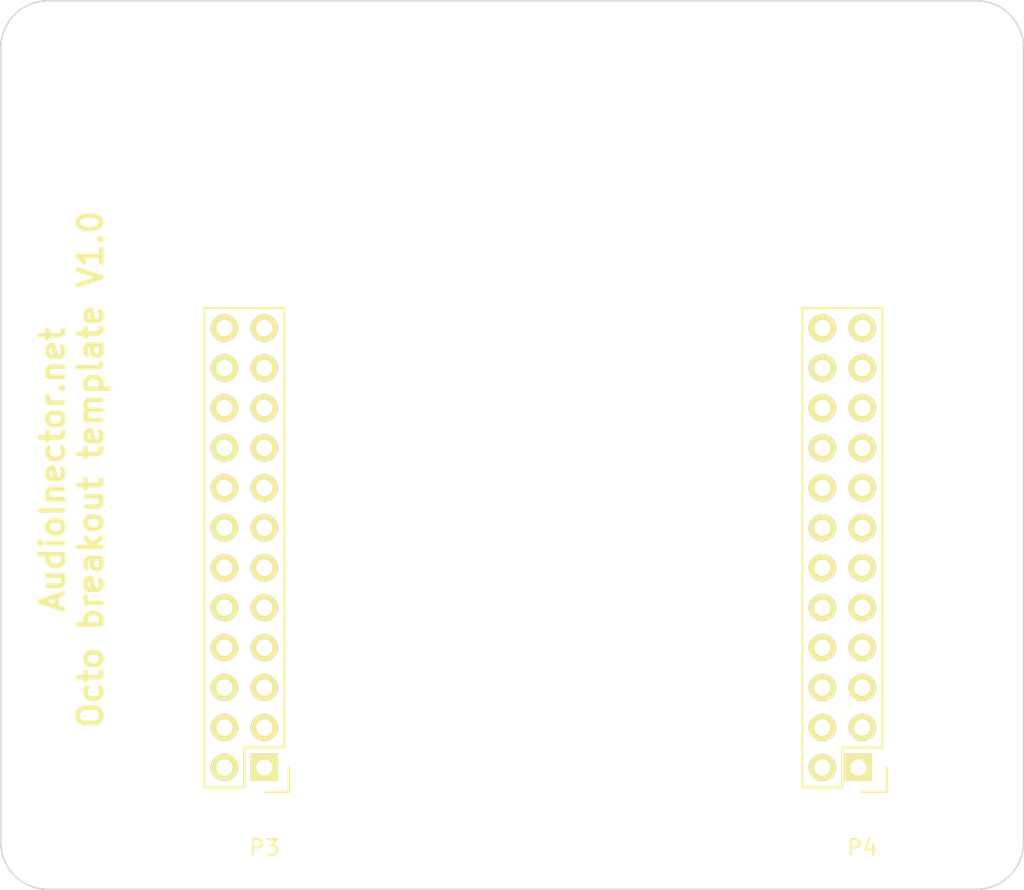
<source format=kicad_pcb>
(kicad_pcb (version 4) (host pcbnew 4.0.2+dfsg1-stable)

  (general
    (links 17)
    (no_connects 17)
    (area 72.199999 50.1245 137.300001 108.82418)
    (thickness 1.6)
    (drawings 11)
    (tracks 0)
    (zones 0)
    (modules 6)
    (nets 32)
  )

  (page A4)
  (layers
    (0 F.Cu signal)
    (31 B.Cu signal)
    (32 B.Adhes user)
    (33 F.Adhes user)
    (34 B.Paste user)
    (35 F.Paste user)
    (36 B.SilkS user)
    (37 F.SilkS user)
    (38 B.Mask user)
    (39 F.Mask user)
    (40 Dwgs.User user)
    (41 Cmts.User user)
    (42 Eco1.User user)
    (43 Eco2.User user)
    (44 Edge.Cuts user)
    (45 Margin user)
    (46 B.CrtYd user)
    (47 F.CrtYd user)
    (48 B.Fab user)
    (49 F.Fab user)
  )

  (setup
    (last_trace_width 0.25)
    (trace_clearance 0.2)
    (zone_clearance 0.508)
    (zone_45_only no)
    (trace_min 0.15)
    (segment_width 0.2)
    (edge_width 0.1)
    (via_size 0.6)
    (via_drill 0.4)
    (via_min_size 0.2)
    (via_min_drill 0.2)
    (uvia_size 0.3)
    (uvia_drill 0.1)
    (uvias_allowed yes)
    (uvia_min_size 0.2)
    (uvia_min_drill 0.1)
    (pcb_text_width 0.3)
    (pcb_text_size 1.5 1.5)
    (mod_edge_width 0.15)
    (mod_text_size 1 1)
    (mod_text_width 0.15)
    (pad_size 1.7272 1.7272)
    (pad_drill 1.016)
    (pad_to_mask_clearance 0)
    (aux_axis_origin 128.75 52.5)
    (grid_origin 88.25 88.25)
    (visible_elements 7FFFFFBF)
    (pcbplotparams
      (layerselection 0x010ff_80000001)
      (usegerberextensions false)
      (gerberprecision 5)
      (excludeedgelayer true)
      (linewidth 0.100000)
      (plotframeref false)
      (viasonmask false)
      (mode 1)
      (useauxorigin false)
      (hpglpennumber 1)
      (hpglpenspeed 20)
      (hpglpendiameter 15)
      (hpglpenoverlay 2)
      (psnegative false)
      (psa4output false)
      (plotreference true)
      (plotvalue false)
      (plotinvisibletext false)
      (padsonsilk false)
      (subtractmaskfromsilk false)
      (outputformat 1)
      (mirror false)
      (drillshape 0)
      (scaleselection 1)
      (outputdirectory flax.project17/))
  )

  (net 0 "")
  (net 1 V5)
  (net 2 /Codec/AGND)
  (net 3 /Codec/AOUT1-)
  (net 4 /Codec/AOUT1+)
  (net 5 /Codec/AOUT2+)
  (net 6 /Codec/AOUT2-)
  (net 7 /Codec/AOUT3-)
  (net 8 /Codec/AOUT3+)
  (net 9 /Codec/AOUT4+)
  (net 10 /Codec/AOUT4-)
  (net 11 /Codec/MUTEC)
  (net 12 /Codec/AOUT5-)
  (net 13 /Codec/AOUT6-)
  (net 14 /Codec/AOUT7-)
  (net 15 /Codec/AOUT8-)
  (net 16 /Codec/AOUT5+)
  (net 17 /Codec/AOUT6+)
  (net 18 /Codec/AOUT7+)
  (net 19 /Codec/AOUT8+)
  (net 20 /Codec/ADC_fb1-)
  (net 21 /Codec/ADC_fb2-)
  (net 22 /Codec/ADC_fb3-)
  (net 23 /Codec/ADC_fb1+)
  (net 24 /Codec/ADC_fb2+)
  (net 25 /Codec/ADC_fb3+)
  (net 26 /Codec/ADC_fb4-)
  (net 27 /Codec/ADC_fb5-)
  (net 28 /Codec/ADC_fb6-)
  (net 29 /Codec/ADC_fb4+)
  (net 30 /Codec/ADC_fb6+)
  (net 31 /Codec/ADC_fb5+)

  (net_class Default "This is the default net class."
    (clearance 0.2)
    (trace_width 0.25)
    (via_dia 0.6)
    (via_drill 0.4)
    (uvia_dia 0.3)
    (uvia_drill 0.1)
    (add_net /Codec/AGND)
    (add_net /Codec/MUTEC)
  )

  (net_class analogDiff ""
    (clearance 0.15)
    (trace_width 0.15)
    (via_dia 0.4)
    (via_drill 0.2)
    (uvia_dia 0.3)
    (uvia_drill 0.1)
    (add_net /Codec/ADC_fb1+)
    (add_net /Codec/ADC_fb1-)
    (add_net /Codec/ADC_fb2+)
    (add_net /Codec/ADC_fb2-)
    (add_net /Codec/ADC_fb3+)
    (add_net /Codec/ADC_fb3-)
    (add_net /Codec/ADC_fb4+)
    (add_net /Codec/ADC_fb4-)
    (add_net /Codec/ADC_fb5+)
    (add_net /Codec/ADC_fb5-)
    (add_net /Codec/ADC_fb6+)
    (add_net /Codec/ADC_fb6-)
    (add_net /Codec/AOUT1+)
    (add_net /Codec/AOUT1-)
    (add_net /Codec/AOUT2+)
    (add_net /Codec/AOUT2-)
    (add_net /Codec/AOUT3+)
    (add_net /Codec/AOUT3-)
    (add_net /Codec/AOUT4+)
    (add_net /Codec/AOUT4-)
    (add_net /Codec/AOUT5+)
    (add_net /Codec/AOUT5-)
    (add_net /Codec/AOUT6+)
    (add_net /Codec/AOUT6-)
    (add_net /Codec/AOUT7+)
    (add_net /Codec/AOUT7-)
    (add_net /Codec/AOUT8+)
    (add_net /Codec/AOUT8-)
  )

  (net_class default_fpga ""
    (clearance 0.2)
    (trace_width 0.25)
    (via_dia 0.6)
    (via_drill 0.4)
    (uvia_dia 0.3)
    (uvia_drill 0.1)
  )

  (net_class fpga ""
    (clearance 0.1524)
    (trace_width 0.25)
    (via_dia 0.6)
    (via_drill 0.4)
    (uvia_dia 0.2)
    (uvia_drill 0.1)
  )

  (net_class power ""
    (clearance 0.2)
    (trace_width 0.4)
    (via_dia 0.6)
    (via_drill 0.4)
    (uvia_dia 0.3)
    (uvia_drill 0.1)
    (add_net V5)
  )

  (net_class power_big ""
    (clearance 0.2)
    (trace_width 3)
    (via_dia 0.6)
    (via_drill 0.4)
    (uvia_dia 0.3)
    (uvia_drill 0.1)
  )

  (net_class power_small ""
    (clearance 0.2)
    (trace_width 0.25)
    (via_dia 0.6)
    (via_drill 0.4)
    (uvia_dia 0.3)
    (uvia_drill 0.1)
  )

  (module RPi_Hat:RPi_Hat_Mounting_Hole locked (layer F.Cu) (tedit 55217C7B) (tstamp 5515DEA9)
    (at 133.75 55.25)
    (descr "Mounting hole, Befestigungsbohrung, 2,7mm, No Annular, Kein Restring,")
    (tags "Mounting hole, Befestigungsbohrung, 2,7mm, No Annular, Kein Restring,")
    (fp_text reference "" (at 0 -4.0005) (layer F.SilkS) hide
      (effects (font (size 1 1) (thickness 0.15)))
    )
    (fp_text value "" (at 0.09906 3.59918) (layer F.Fab) hide
      (effects (font (size 1 1) (thickness 0.15)))
    )
    (fp_circle (center 0 0) (end 1.375 0) (layer F.Fab) (width 0.15))
    (fp_circle (center 0 0) (end 3.1 0) (layer F.Fab) (width 0.15))
    (fp_circle (center 0 0) (end 3.1 0) (layer B.Fab) (width 0.15))
    (fp_circle (center 0 0) (end 1.375 0) (layer B.Fab) (width 0.15))
    (fp_circle (center 0 0) (end 3.1 0) (layer F.CrtYd) (width 0.15))
    (fp_circle (center 0 0) (end 3.1 0) (layer B.CrtYd) (width 0.15))
    (pad "" np_thru_hole circle (at 0 0) (size 2.75 2.75) (drill 2.75) (layers *.Cu *.Mask)
      (solder_mask_margin 1.725) (clearance 1.725))
  )

  (module RPi_Hat:RPi_Hat_Mounting_Hole locked (layer F.Cu) (tedit 55217CCB) (tstamp 55169DC9)
    (at 133.75 104.25)
    (descr "Mounting hole, Befestigungsbohrung, 2,7mm, No Annular, Kein Restring,")
    (tags "Mounting hole, Befestigungsbohrung, 2,7mm, No Annular, Kein Restring,")
    (fp_text reference "" (at 0 -4.0005) (layer F.SilkS) hide
      (effects (font (size 1 1) (thickness 0.15)))
    )
    (fp_text value "" (at 0.09906 3.59918) (layer F.Fab) hide
      (effects (font (size 1 1) (thickness 0.15)))
    )
    (fp_circle (center 0 0) (end 1.375 0) (layer F.Fab) (width 0.15))
    (fp_circle (center 0 0) (end 3.1 0) (layer F.Fab) (width 0.15))
    (fp_circle (center 0 0) (end 3.1 0) (layer B.Fab) (width 0.15))
    (fp_circle (center 0 0) (end 1.375 0) (layer B.Fab) (width 0.15))
    (fp_circle (center 0 0) (end 3.1 0) (layer F.CrtYd) (width 0.15))
    (fp_circle (center 0 0) (end 3.1 0) (layer B.CrtYd) (width 0.15))
    (pad "" np_thru_hole circle (at 0 0) (size 2.75 2.75) (drill 2.75) (layers *.Cu *.Mask)
      (solder_mask_margin 1.725) (clearance 1.725))
  )

  (module RPi_Hat:RPi_Hat_Mounting_Hole locked (layer F.Cu) (tedit 55217CB9) (tstamp 5515DECC)
    (at 75.75 104.25)
    (descr "Mounting hole, Befestigungsbohrung, 2,7mm, No Annular, Kein Restring,")
    (tags "Mounting hole, Befestigungsbohrung, 2,7mm, No Annular, Kein Restring,")
    (fp_text reference "" (at 0 -4.0005) (layer F.SilkS) hide
      (effects (font (size 1 1) (thickness 0.15)))
    )
    (fp_text value "" (at 0.09906 3.59918) (layer F.Fab) hide
      (effects (font (size 1 1) (thickness 0.15)))
    )
    (fp_circle (center 0 0) (end 1.375 0) (layer F.Fab) (width 0.15))
    (fp_circle (center 0 0) (end 3.1 0) (layer F.Fab) (width 0.15))
    (fp_circle (center 0 0) (end 3.1 0) (layer B.Fab) (width 0.15))
    (fp_circle (center 0 0) (end 1.375 0) (layer B.Fab) (width 0.15))
    (fp_circle (center 0 0) (end 3.1 0) (layer F.CrtYd) (width 0.15))
    (fp_circle (center 0 0) (end 3.1 0) (layer B.CrtYd) (width 0.15))
    (pad "" np_thru_hole circle (at 0 0) (size 2.75 2.75) (drill 2.75) (layers *.Cu *.Mask)
      (solder_mask_margin 1.725) (clearance 1.725))
  )

  (module RPi_Hat:RPi_Hat_Mounting_Hole locked (layer F.Cu) (tedit 55217CA2) (tstamp 5515DEBF)
    (at 75.75 55.25)
    (descr "Mounting hole, Befestigungsbohrung, 2,7mm, No Annular, Kein Restring,")
    (tags "Mounting hole, Befestigungsbohrung, 2,7mm, No Annular, Kein Restring,")
    (fp_text reference "" (at 0 -4.0005) (layer F.SilkS) hide
      (effects (font (size 1 1) (thickness 0.15)))
    )
    (fp_text value "" (at 0.09906 3.59918) (layer F.Fab) hide
      (effects (font (size 1 1) (thickness 0.15)))
    )
    (fp_circle (center 0 0) (end 1.375 0) (layer F.Fab) (width 0.15))
    (fp_circle (center 0 0) (end 3.1 0) (layer F.Fab) (width 0.15))
    (fp_circle (center 0 0) (end 3.1 0) (layer B.Fab) (width 0.15))
    (fp_circle (center 0 0) (end 1.375 0) (layer B.Fab) (width 0.15))
    (fp_circle (center 0 0) (end 3.1 0) (layer F.CrtYd) (width 0.15))
    (fp_circle (center 0 0) (end 3.1 0) (layer B.CrtYd) (width 0.15))
    (pad "" np_thru_hole circle (at 0 0) (size 2.75 2.75) (drill 2.75) (layers *.Cu *.Mask)
      (solder_mask_margin 1.725) (clearance 1.725))
  )

  (module Pin_Headers:Pin_Header_Straight_2x12 locked (layer F.Cu) (tedit 0) (tstamp 58059230)
    (at 89 100 180)
    (descr "Through hole pin header")
    (tags "pin header")
    (path /57690F0A/58056106)
    (fp_text reference P3 (at 0 -5.1 180) (layer F.SilkS)
      (effects (font (size 1 1) (thickness 0.15)))
    )
    (fp_text value DAC_out (at 0 -3.1 180) (layer F.Fab)
      (effects (font (size 1 1) (thickness 0.15)))
    )
    (fp_line (start -1.75 -1.75) (end -1.75 29.7) (layer F.CrtYd) (width 0.05))
    (fp_line (start 4.3 -1.75) (end 4.3 29.7) (layer F.CrtYd) (width 0.05))
    (fp_line (start -1.75 -1.75) (end 4.3 -1.75) (layer F.CrtYd) (width 0.05))
    (fp_line (start -1.75 29.7) (end 4.3 29.7) (layer F.CrtYd) (width 0.05))
    (fp_line (start 3.81 29.21) (end 3.81 -1.27) (layer F.SilkS) (width 0.15))
    (fp_line (start -1.27 1.27) (end -1.27 29.21) (layer F.SilkS) (width 0.15))
    (fp_line (start 3.81 29.21) (end -1.27 29.21) (layer F.SilkS) (width 0.15))
    (fp_line (start 3.81 -1.27) (end 1.27 -1.27) (layer F.SilkS) (width 0.15))
    (fp_line (start 0 -1.55) (end -1.55 -1.55) (layer F.SilkS) (width 0.15))
    (fp_line (start 1.27 -1.27) (end 1.27 1.27) (layer F.SilkS) (width 0.15))
    (fp_line (start 1.27 1.27) (end -1.27 1.27) (layer F.SilkS) (width 0.15))
    (fp_line (start -1.55 -1.55) (end -1.55 0) (layer F.SilkS) (width 0.15))
    (pad 1 thru_hole rect (at 0 0 180) (size 1.7272 1.7272) (drill 1.016) (layers *.Cu *.Mask F.SilkS)
      (net 1 V5))
    (pad 2 thru_hole oval (at 2.54 0 180) (size 1.7272 1.7272) (drill 1.016) (layers *.Cu *.Mask F.SilkS)
      (net 1 V5))
    (pad 3 thru_hole oval (at 0 2.54 180) (size 1.7272 1.7272) (drill 1.016) (layers *.Cu *.Mask F.SilkS)
      (net 2 /Codec/AGND))
    (pad 4 thru_hole oval (at 2.54 2.54 180) (size 1.7272 1.7272) (drill 1.016) (layers *.Cu *.Mask F.SilkS)
      (net 11 /Codec/MUTEC))
    (pad 5 thru_hole oval (at 0 5.08 180) (size 1.7272 1.7272) (drill 1.016) (layers *.Cu *.Mask F.SilkS)
      (net 18 /Codec/AOUT7+))
    (pad 6 thru_hole oval (at 2.54 5.08 180) (size 1.7272 1.7272) (drill 1.016) (layers *.Cu *.Mask F.SilkS)
      (net 15 /Codec/AOUT8-))
    (pad 7 thru_hole oval (at 0 7.62 180) (size 1.7272 1.7272) (drill 1.016) (layers *.Cu *.Mask F.SilkS)
      (net 14 /Codec/AOUT7-))
    (pad 8 thru_hole oval (at 2.54 7.62 180) (size 1.7272 1.7272) (drill 1.016) (layers *.Cu *.Mask F.SilkS)
      (net 19 /Codec/AOUT8+))
    (pad 9 thru_hole oval (at 0 10.16 180) (size 1.7272 1.7272) (drill 1.016) (layers *.Cu *.Mask F.SilkS)
      (net 16 /Codec/AOUT5+))
    (pad 10 thru_hole oval (at 2.54 10.16 180) (size 1.7272 1.7272) (drill 1.016) (layers *.Cu *.Mask F.SilkS)
      (net 13 /Codec/AOUT6-))
    (pad 11 thru_hole oval (at 0 12.7 180) (size 1.7272 1.7272) (drill 1.016) (layers *.Cu *.Mask F.SilkS)
      (net 12 /Codec/AOUT5-))
    (pad 12 thru_hole oval (at 2.54 12.7 180) (size 1.7272 1.7272) (drill 1.016) (layers *.Cu *.Mask F.SilkS)
      (net 17 /Codec/AOUT6+))
    (pad 13 thru_hole oval (at 0 15.24 180) (size 1.7272 1.7272) (drill 1.016) (layers *.Cu *.Mask F.SilkS)
      (net 8 /Codec/AOUT3+))
    (pad 14 thru_hole oval (at 2.54 15.24 180) (size 1.7272 1.7272) (drill 1.016) (layers *.Cu *.Mask F.SilkS)
      (net 10 /Codec/AOUT4-))
    (pad 15 thru_hole oval (at 0 17.78 180) (size 1.7272 1.7272) (drill 1.016) (layers *.Cu *.Mask F.SilkS)
      (net 7 /Codec/AOUT3-))
    (pad 16 thru_hole oval (at 2.54 17.78 180) (size 1.7272 1.7272) (drill 1.016) (layers *.Cu *.Mask F.SilkS)
      (net 9 /Codec/AOUT4+))
    (pad 17 thru_hole oval (at 0 20.32 180) (size 1.7272 1.7272) (drill 1.016) (layers *.Cu *.Mask F.SilkS)
      (net 4 /Codec/AOUT1+))
    (pad 18 thru_hole oval (at 2.54 20.32 180) (size 1.7272 1.7272) (drill 1.016) (layers *.Cu *.Mask F.SilkS)
      (net 6 /Codec/AOUT2-))
    (pad 19 thru_hole oval (at 0 22.86 180) (size 1.7272 1.7272) (drill 1.016) (layers *.Cu *.Mask F.SilkS)
      (net 3 /Codec/AOUT1-))
    (pad 20 thru_hole oval (at 2.54 22.86 180) (size 1.7272 1.7272) (drill 1.016) (layers *.Cu *.Mask F.SilkS)
      (net 5 /Codec/AOUT2+))
    (pad 21 thru_hole oval (at 0 25.4 180) (size 1.7272 1.7272) (drill 1.016) (layers *.Cu *.Mask F.SilkS)
      (net 2 /Codec/AGND))
    (pad 22 thru_hole oval (at 2.54 25.4 180) (size 1.7272 1.7272) (drill 1.016) (layers *.Cu *.Mask F.SilkS)
      (net 2 /Codec/AGND))
    (pad 23 thru_hole oval (at 0 27.94 180) (size 1.7272 1.7272) (drill 1.016) (layers *.Cu *.Mask F.SilkS)
      (net 1 V5))
    (pad 24 thru_hole oval (at 2.54 27.94 180) (size 1.7272 1.7272) (drill 1.016) (layers *.Cu *.Mask F.SilkS)
      (net 1 V5))
    (model Pin_Headers.3dshapes/Pin_Header_Straight_2x12.wrl
      (at (xyz 0.05 -0.55 0))
      (scale (xyz 1 1 1))
      (rotate (xyz 0 0 90))
    )
  )

  (module Pin_Headers:Pin_Header_Straight_2x12 locked (layer F.Cu) (tedit 58058C91) (tstamp 5805A3EE)
    (at 127 100 180)
    (descr "Through hole pin header")
    (tags "pin header")
    (path /57690F0A/58057550)
    (fp_text reference P4 (at 0 -5.1 180) (layer F.SilkS)
      (effects (font (size 1 1) (thickness 0.15)))
    )
    (fp_text value ADC_in (at 0 -3.1 180) (layer F.Fab)
      (effects (font (size 1 1) (thickness 0.15)))
    )
    (fp_line (start -1.75 -1.75) (end -1.75 29.7) (layer F.CrtYd) (width 0.05))
    (fp_line (start 4.3 -1.75) (end 4.3 29.7) (layer F.CrtYd) (width 0.05))
    (fp_line (start -1.75 -1.75) (end 4.3 -1.75) (layer F.CrtYd) (width 0.05))
    (fp_line (start -1.75 29.7) (end 4.3 29.7) (layer F.CrtYd) (width 0.05))
    (fp_line (start 3.81 29.21) (end 3.81 -1.27) (layer F.SilkS) (width 0.15))
    (fp_line (start -1.27 1.27) (end -1.27 29.21) (layer F.SilkS) (width 0.15))
    (fp_line (start 3.81 29.21) (end -1.27 29.21) (layer F.SilkS) (width 0.15))
    (fp_line (start 3.81 -1.27) (end 1.27 -1.27) (layer F.SilkS) (width 0.15))
    (fp_line (start 0 -1.55) (end -1.55 -1.55) (layer F.SilkS) (width 0.15))
    (fp_line (start 1.27 -1.27) (end 1.27 1.27) (layer F.SilkS) (width 0.15))
    (fp_line (start 1.27 1.27) (end -1.27 1.27) (layer F.SilkS) (width 0.15))
    (fp_line (start -1.55 -1.55) (end -1.55 0) (layer F.SilkS) (width 0.15))
    (pad 1 thru_hole rect (at 0.25 0 180) (size 1.7272 1.7272) (drill 1.016) (layers *.Cu *.Mask F.SilkS)
      (net 1 V5))
    (pad 2 thru_hole oval (at 2.54 0 180) (size 1.7272 1.7272) (drill 1.016) (layers *.Cu *.Mask F.SilkS)
      (net 20 /Codec/ADC_fb1-))
    (pad 3 thru_hole oval (at 0 2.54 180) (size 1.7272 1.7272) (drill 1.016) (layers *.Cu *.Mask F.SilkS)
      (net 1 V5))
    (pad 4 thru_hole oval (at 2.54 2.54 180) (size 1.7272 1.7272) (drill 1.016) (layers *.Cu *.Mask F.SilkS)
      (net 23 /Codec/ADC_fb1+))
    (pad 5 thru_hole oval (at 0 5.08 180) (size 1.7272 1.7272) (drill 1.016) (layers *.Cu *.Mask F.SilkS)
      (net 2 /Codec/AGND))
    (pad 6 thru_hole oval (at 2.54 5.08 180) (size 1.7272 1.7272) (drill 1.016) (layers *.Cu *.Mask F.SilkS)
      (net 21 /Codec/ADC_fb2-))
    (pad 7 thru_hole oval (at 0 7.62 180) (size 1.7272 1.7272) (drill 1.016) (layers *.Cu *.Mask F.SilkS)
      (net 2 /Codec/AGND))
    (pad 8 thru_hole oval (at 2.54 7.62 180) (size 1.7272 1.7272) (drill 1.016) (layers *.Cu *.Mask F.SilkS)
      (net 24 /Codec/ADC_fb2+))
    (pad 9 thru_hole oval (at 0 10.16 180) (size 1.7272 1.7272) (drill 1.016) (layers *.Cu *.Mask F.SilkS)
      (net 2 /Codec/AGND))
    (pad 10 thru_hole oval (at 2.54 10.16 180) (size 1.7272 1.7272) (drill 1.016) (layers *.Cu *.Mask F.SilkS)
      (net 22 /Codec/ADC_fb3-))
    (pad 11 thru_hole oval (at 0 12.7 180) (size 1.7272 1.7272) (drill 1.016) (layers *.Cu *.Mask F.SilkS)
      (net 2 /Codec/AGND))
    (pad 12 thru_hole oval (at 2.54 12.7 180) (size 1.7272 1.7272) (drill 1.016) (layers *.Cu *.Mask F.SilkS)
      (net 25 /Codec/ADC_fb3+))
    (pad 13 thru_hole oval (at 0 15.24 180) (size 1.7272 1.7272) (drill 1.016) (layers *.Cu *.Mask F.SilkS)
      (net 2 /Codec/AGND))
    (pad 14 thru_hole oval (at 2.54 15.24 180) (size 1.7272 1.7272) (drill 1.016) (layers *.Cu *.Mask F.SilkS)
      (net 26 /Codec/ADC_fb4-))
    (pad 15 thru_hole oval (at 0 17.78 180) (size 1.7272 1.7272) (drill 1.016) (layers *.Cu *.Mask F.SilkS)
      (net 2 /Codec/AGND))
    (pad 16 thru_hole oval (at 2.54 17.78 180) (size 1.7272 1.7272) (drill 1.016) (layers *.Cu *.Mask F.SilkS)
      (net 29 /Codec/ADC_fb4+))
    (pad 17 thru_hole oval (at 0 20.32 180) (size 1.7272 1.7272) (drill 1.016) (layers *.Cu *.Mask F.SilkS)
      (net 2 /Codec/AGND))
    (pad 18 thru_hole oval (at 2.54 20.32 180) (size 1.7272 1.7272) (drill 1.016) (layers *.Cu *.Mask F.SilkS)
      (net 27 /Codec/ADC_fb5-))
    (pad 19 thru_hole oval (at 0 22.86 180) (size 1.7272 1.7272) (drill 1.016) (layers *.Cu *.Mask F.SilkS)
      (net 2 /Codec/AGND))
    (pad 20 thru_hole oval (at 2.54 22.86 180) (size 1.7272 1.7272) (drill 1.016) (layers *.Cu *.Mask F.SilkS)
      (net 31 /Codec/ADC_fb5+))
    (pad 21 thru_hole oval (at 0 25.4 180) (size 1.7272 1.7272) (drill 1.016) (layers *.Cu *.Mask F.SilkS)
      (net 1 V5))
    (pad 22 thru_hole oval (at 2.54 25.4 180) (size 1.7272 1.7272) (drill 1.016) (layers *.Cu *.Mask F.SilkS)
      (net 28 /Codec/ADC_fb6-))
    (pad 23 thru_hole oval (at 0 27.94 180) (size 1.7272 1.7272) (drill 1.016) (layers *.Cu *.Mask F.SilkS)
      (net 1 V5))
    (pad 24 thru_hole oval (at 2.54 27.94 180) (size 1.7272 1.7272) (drill 1.016) (layers *.Cu *.Mask F.SilkS)
      (net 30 /Codec/ADC_fb6+))
    (model Pin_Headers.3dshapes/Pin_Header_Straight_2x12.wrl
      (at (xyz 0.05 -0.55 0))
      (scale (xyz 1 1 1))
      (rotate (xyz 0 0 90))
    )
  )

  (gr_line (start 72.25 70.25) (end 72.25 89.35) (angle 90) (layer Edge.Cuts) (width 0.1))
  (gr_text "AudioInector.net\nOcto breakout template V1.0" (at 76.75 81.05 90) (layer F.SilkS)
    (effects (font (size 1.5 1.5) (thickness 0.3)))
  )
  (gr_arc (start 134.25 104.75) (end 137.25 104.75) (angle 90) (layer Edge.Cuts) (width 0.1) (tstamp 55157FFB))
  (gr_arc (start 75.25 104.75) (end 75.25 107.75) (angle 90) (layer Edge.Cuts) (width 0.1) (tstamp 55157FCE))
  (gr_arc (start 75.25 54.25) (end 72.25 54.25) (angle 90) (layer Edge.Cuts) (width 0.1) (tstamp 55157F8A))
  (gr_arc (start 134.25 54.25) (end 134.25 51.25) (angle 90) (layer Edge.Cuts) (width 0.1) (tstamp 55157F2C))
  (gr_line (start 72.25 89.25) (end 72.25 104.75) (layer Edge.Cuts) (width 0.1))
  (gr_line (start 72.25 54.25) (end 72.25 70.25) (layer Edge.Cuts) (width 0.1))
  (gr_line (start 75.25 107.75) (end 134.25 107.75) (angle 90) (layer Edge.Cuts) (width 0.1))
  (gr_line (start 137.25 54.25) (end 137.25 104.75) (angle 90) (layer Edge.Cuts) (width 0.1))
  (gr_line (start 75.25 51.25) (end 134.25 51.25) (angle 90) (layer Edge.Cuts) (width 0.1))

)

</source>
